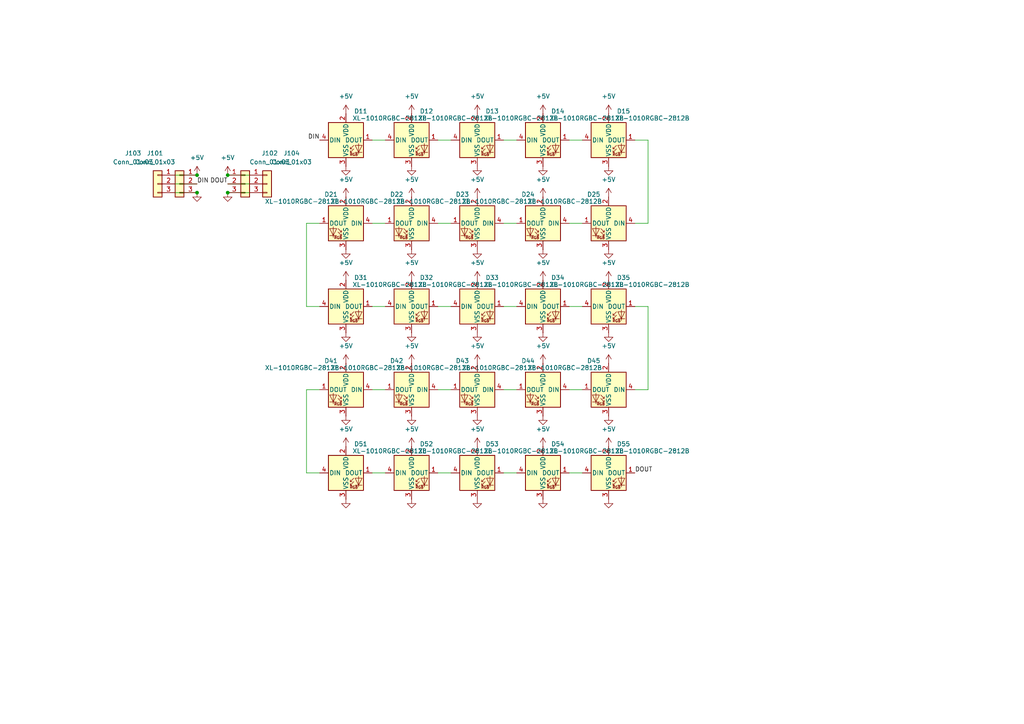
<source format=kicad_sch>
(kicad_sch (version 20250114) (generator "eeschema") (generator_version "9.0")
  (paper "A4")
  (lib_symbols
    (symbol "Connector_Generic:Conn_01x03" (pin_names (offset 1.016) (hide yes))
      (property "Reference" "J" (at 0 5.08 0))
      (property "Value" "Conn_01x03" (at 0 -5.08 0))
      (symbol "Conn_01x03_1_1"
        (rectangle (start -1.27 3.81) (end 1.27 -3.81) (stroke (width 0.254)) (fill (type background)))
        (rectangle (start -1.27 2.667) (end 0 2.413) (stroke (width 0.1524)))
        (rectangle (start -1.27 0.127) (end 0 -0.127) (stroke (width 0.1524)))
        (rectangle (start -1.27 -2.413) (end 0 -2.667) (stroke (width 0.1524)))
        (pin passive line (at -5.08 2.54 0) (length 3.81) (name "Pin_1") (number "1"))
        (pin passive line (at -5.08 0 0) (length 3.81) (name "Pin_2") (number "2"))
        (pin passive line (at -5.08 -2.54 0) (length 3.81) (name "Pin_3") (number "3"))
      )
    )
    (symbol "WS2812B-2020_1" (pin_names (offset 0.254))
      (property "Reference" "D11" (at 4.318 8.382 0))
      (property "Value" "XL-1010RGBC-2812B" (at 12.7 6.35 0))
      (symbol "WS2812B-2020_1_0_0"
        (text "RGB" (at 2.286 -4.191 0) (effects (font (size 0.762 0.762))))
      )
      (symbol "WS2812B-2020_1_0_1"
        (polyline (pts (xy 1.27 -2.54) (xy 1.778 -2.54)))
        (polyline (pts (xy 1.27 -3.556) (xy 1.778 -3.556)))
        (polyline (pts (xy 2.286 -1.524) (xy 1.27 -2.54) (xy 1.27 -2.032)))
        (polyline (pts (xy 2.286 -2.54) (xy 1.27 -3.556) (xy 1.27 -3.048)))
        (polyline (pts (xy 3.683 -1.016) (xy 3.683 -3.556) (xy 3.683 -4.064)))
        (polyline (pts (xy 4.699 -1.524) (xy 2.667 -1.524) (xy 3.683 -3.556) (xy 4.699 -1.524)))
        (polyline (pts (xy 4.699 -3.556) (xy 2.667 -3.556)))
        (rectangle (start 5.08 5.08) (end -5.08 -5.08) (stroke (width 0.254)) (fill (type background)))
      )
      (symbol "WS2812B-2020_1_1_1"
        (pin input line (at -7.62 0 0) (length 2.54) (name "DIN") (number "4"))
        (pin power_in line (at 0 7.62 270) (length 2.54) (name "VDD") (number "2"))
        (pin power_in line (at 0 -7.62 90) (length 2.54) (name "VSS") (number "3"))
        (pin output line (at 7.62 0 180) (length 2.54) (name "DOUT") (number "1"))
      )
    )
    (symbol "power:+5V" (power) (pin_numbers (hide yes)) (pin_names (offset 0) (hide yes))
      (property "Value" "+5V" (at 0 3.556 0))
      (symbol "+5V_0_1"
        (polyline (pts (xy -0.762 1.27) (xy 0 2.54)))
        (polyline (pts (xy 0 2.54) (xy 0.762 1.27)))
        (polyline (pts (xy 0 0) (xy 0 2.54)))
      )
      (symbol "+5V_1_1"
        (pin power_in line (at 0 0 90) (length 0) (name "~") (number "1"))
      )
    )
    (symbol "power:GND" (power) (pin_numbers (hide yes)) (pin_names (offset 0) (hide yes))
      (property "Value" "GND" (at 0 -3.81 0))
      (symbol "GND_0_1"
        (polyline (pts (xy 0 0) (xy 0 -1.27) (xy 1.27 -1.27) (xy 0 -2.54) (xy -1.27 -1.27) (xy 0 -1.27)))
      )
      (symbol "GND_1_1"
        (pin power_in line (at 0 0 270) (length 0) (name "~") (number "1"))
      )
    )
  )
  (junction (at 57.15 50.8))
  (junction (at 66.04 50.8))
  (junction (at 66.04 55.88))
  (junction (at 57.15 55.88))
  (wire (pts (xy 165.1 137.16) (xy 168.91 137.16)))
  (wire (pts (xy 50.8 53.34) (xy 57.15 53.34)))
  (wire (pts (xy 146.05 88.9) (xy 149.86 88.9)))
  (wire (pts (xy 127 40.64) (xy 130.81 40.64)))
  (wire (pts (xy 92.71 64.77) (xy 88.9 64.77)))
  (wire (pts (xy 50.8 50.8) (xy 57.15 50.8)))
  (wire (pts (xy 165.1 113.03) (xy 168.91 113.03)))
  (wire (pts (xy 165.1 88.9) (xy 168.91 88.9)))
  (wire (pts (xy 66.04 53.34) (xy 72.39 53.34)))
  (wire (pts (xy 88.9 64.77) (xy 88.9 88.9)))
  (wire (pts (xy 66.04 55.88) (xy 72.39 55.88)))
  (wire (pts (xy 146.05 137.16) (xy 149.86 137.16)))
  (wire (pts (xy 127 137.16) (xy 130.81 137.16)))
  (wire (pts (xy 146.05 113.03) (xy 149.86 113.03)))
  (wire (pts (xy 107.95 113.03) (xy 111.76 113.03)))
  (wire (pts (xy 146.05 64.77) (xy 149.86 64.77)))
  (wire (pts (xy 107.95 40.64) (xy 111.76 40.64)))
  (wire (pts (xy 165.1 64.77) (xy 168.91 64.77)))
  (wire (pts (xy 92.71 113.03) (xy 88.9 113.03)))
  (wire (pts (xy 165.1 40.64) (xy 168.91 40.64)))
  (wire (pts (xy 187.96 64.77) (xy 184.15 64.77)))
  (wire (pts (xy 107.95 64.77) (xy 111.76 64.77)))
  (wire (pts (xy 88.9 88.9) (xy 92.71 88.9)))
  (wire (pts (xy 66.04 50.8) (xy 72.39 50.8)))
  (wire (pts (xy 50.8 55.88) (xy 57.15 55.88)))
  (wire (pts (xy 127 113.03) (xy 130.81 113.03)))
  (wire (pts (xy 88.9 137.16) (xy 92.71 137.16)))
  (wire (pts (xy 146.05 40.64) (xy 149.86 40.64)))
  (wire (pts (xy 88.9 113.03) (xy 88.9 137.16)))
  (wire (pts (xy 184.15 88.9) (xy 187.96 88.9)))
  (wire (pts (xy 107.95 88.9) (xy 111.76 88.9)))
  (wire (pts (xy 187.96 113.03) (xy 184.15 113.03)))
  (wire (pts (xy 107.95 137.16) (xy 111.76 137.16)))
  (wire (pts (xy 187.96 88.9) (xy 187.96 113.03)))
  (wire (pts (xy 127 88.9) (xy 130.81 88.9)))
  (wire (pts (xy 187.96 40.64) (xy 187.96 64.77)))
  (wire (pts (xy 184.15 40.64) (xy 187.96 40.64)))
  (wire (pts (xy 127 64.77) (xy 130.81 64.77)))
  (label "DOUT" (at 66.04 53.34 180))
  (label "DIN" (at 92.71 40.64 180))
  (label "DOUT" (at 184.15 137.16 0))
  (label "DIN" (at 57.15 53.34 0))
  (symbol (lib_id "power:GND") (at 57.15 55.88 0) (unit 1)
    (property "Reference" "#PWR0154" (effects (hide yes)))
    (property "Value" "GND" (effects (hide yes)))
    (property "Description" "Power symbol creates a global label with name \"GND\" , ground" (effects (hide yes)))
  )
  (symbol (lib_name "WS2812B-2020_1") (lib_id "LED:WS2812B-2020") (at 119.38 40.64 0) (unit 1)
    (property "Reference" "D12" (at 123.698 32.258 0))
    (property "Value" "XL-1010RGBC-2812B" (at 132.08 34.29 0))
    (property "Footprint" "libraries:XL-1010RGBC-2812B" (effects (hide yes)))
    (property "Datasheet" "https://www.lcsc.com/datasheet/C5349953.pdf" (effects (hide yes)))
    (property "Description" "RGB LED with integrated controller, 1.0 x 1.0 mm, 5 mA" (effects (hide yes)))
  )
  (symbol (lib_id "power:GND") (at 157.48 72.39 0) (unit 1)
    (property "Reference" "#PWR0109" (effects (hide yes)))
    (property "Value" "GND" (effects (hide yes)))
    (property "Description" "Power symbol creates a global label with name \"GND\" , ground" (effects (hide yes)))
  )
  (symbol (lib_id "power:GND") (at 176.53 48.26 0) (unit 1)
    (property "Reference" "#PWR0105" (effects (hide yes)))
    (property "Value" "GND" (effects (hide yes)))
    (property "Description" "Power symbol creates a global label with name \"GND\" , ground" (effects (hide yes)))
  )
  (symbol (lib_id "power:GND") (at 157.48 96.52 0) (unit 1)
    (property "Reference" "#PWR0114" (effects (hide yes)))
    (property "Value" "GND" (effects (hide yes)))
    (property "Description" "Power symbol creates a global label with name \"GND\" , ground" (effects (hide yes)))
  )
  (symbol (lib_name "WS2812B-2020_1") (lib_id "LED:WS2812B-2020") (at 138.43 113.03 0) (mirror y) (unit 1)
    (property "Reference" "D43" (at 134.112 104.648 0))
    (property "Value" "XL-1010RGBC-2812B" (at 125.73 106.68 0))
    (property "Footprint" "libraries:XL-1010RGBC-2812B" (effects (hide yes)))
    (property "Datasheet" "https://www.lcsc.com/datasheet/C5349953.pdf" (effects (hide yes)))
    (property "Description" "RGB LED with integrated controller, 1.0 x 1.0 mm, 5 mA" (effects (hide yes)))
  )
  (symbol (lib_id "power:GND") (at 138.43 72.39 0) (unit 1)
    (property "Reference" "#PWR0108" (effects (hide yes)))
    (property "Value" "GND" (effects (hide yes)))
    (property "Description" "Power symbol creates a global label with name \"GND\" , ground" (effects (hide yes)))
  )
  (symbol (lib_id "power:+5V") (at 176.53 105.41 0) (unit 1)
    (property "Reference" "#PWR0145" (effects (hide yes)))
    (property "Value" "+5V" (at 176.53 100.33 0))
    (property "Description" "Power symbol creates a global label with name \"+5V\"" (effects (hide yes)))
  )
  (symbol (lib_id "power:GND") (at 119.38 48.26 0) (unit 1)
    (property "Reference" "#PWR0102" (effects (hide yes)))
    (property "Value" "GND" (effects (hide yes)))
    (property "Description" "Power symbol creates a global label with name \"GND\" , ground" (effects (hide yes)))
  )
  (symbol (lib_id "power:GND") (at 176.53 120.65 0) (unit 1)
    (property "Reference" "#PWR0120" (effects (hide yes)))
    (property "Value" "GND" (effects (hide yes)))
    (property "Description" "Power symbol creates a global label with name \"GND\" , ground" (effects (hide yes)))
  )
  (symbol (lib_name "WS2812B-2020_1") (lib_id "LED:WS2812B-2020") (at 119.38 137.16 0) (unit 1)
    (property "Reference" "D52" (at 123.698 128.778 0))
    (property "Value" "XL-1010RGBC-2812B" (at 132.08 130.81 0))
    (property "Footprint" "libraries:XL-1010RGBC-2812B" (effects (hide yes)))
    (property "Datasheet" "https://www.lcsc.com/datasheet/C5349953.pdf" (effects (hide yes)))
    (property "Description" "RGB LED with integrated controller, 1.0 x 1.0 mm, 5 mA" (effects (hide yes)))
  )
  (symbol (lib_id "power:+5V") (at 138.43 33.02 0) (unit 1)
    (property "Reference" "#PWR0128" (effects (hide yes)))
    (property "Value" "+5V" (at 138.43 27.94 0))
    (property "Description" "Power symbol creates a global label with name \"+5V\"" (effects (hide yes)))
  )
  (symbol (lib_name "WS2812B-2020_1") (lib_id "LED:WS2812B-2020") (at 138.43 40.64 0) (unit 1)
    (property "Reference" "D13" (at 142.748 32.258 0))
    (property "Value" "XL-1010RGBC-2812B" (at 151.13 34.29 0))
    (property "Footprint" "libraries:XL-1010RGBC-2812B" (effects (hide yes)))
    (property "Datasheet" "https://www.lcsc.com/datasheet/C5349953.pdf" (effects (hide yes)))
    (property "Description" "RGB LED with integrated controller, 1.0 x 1.0 mm, 5 mA" (effects (hide yes)))
  )
  (symbol (lib_id "power:GND") (at 138.43 96.52 0) (unit 1)
    (property "Reference" "#PWR0113" (effects (hide yes)))
    (property "Value" "GND" (effects (hide yes)))
    (property "Description" "Power symbol creates a global label with name \"GND\" , ground" (effects (hide yes)))
  )
  (symbol (lib_id "power:GND") (at 176.53 72.39 0) (unit 1)
    (property "Reference" "#PWR0110" (effects (hide yes)))
    (property "Value" "GND" (effects (hide yes)))
    (property "Description" "Power symbol creates a global label with name \"GND\" , ground" (effects (hide yes)))
  )
  (symbol (lib_id "Connector_Generic:Conn_01x03") (at 77.47 53.34 0) (unit 1)
    (property "Reference" "J104" (at 84.582 44.45 0))
    (property "Value" "Conn_01x03" (at 84.582 46.99 0))
    (property "Footprint" "Connector_PinHeader_2.54mm:PinHeader_1x03_P2.54mm_Vertical" (effects (hide yes)))
    (property "Description" "Generic connector, single row, 01x03, script generated (kicad-library-utils/schlib/autogen/connector/)" (effects (hide yes)))
  )
  (symbol (lib_id "power:+5V") (at 100.33 105.41 0) (unit 1)
    (property "Reference" "#PWR0141" (effects (hide yes)))
    (property "Value" "+5V" (at 100.33 100.33 0))
    (property "Description" "Power symbol creates a global label with name \"+5V\"" (effects (hide yes)))
  )
  (symbol (lib_name "WS2812B-2020_1") (lib_id "LED:WS2812B-2020") (at 119.38 64.77 0) (mirror y) (unit 1)
    (property "Reference" "D22" (at 115.062 56.388 0))
    (property "Value" "XL-1010RGBC-2812B" (at 106.68 58.42 0))
    (property "Footprint" "libraries:XL-1010RGBC-2812B" (effects (hide yes)))
    (property "Datasheet" "https://www.lcsc.com/datasheet/C5349953.pdf" (effects (hide yes)))
    (property "Description" "RGB LED with integrated controller, 1.0 x 1.0 mm, 5 mA" (effects (hide yes)))
  )
  (symbol (lib_name "WS2812B-2020_1") (lib_id "LED:WS2812B-2020") (at 176.53 40.64 0) (unit 1)
    (property "Reference" "D15" (at 180.848 32.258 0))
    (property "Value" "XL-1010RGBC-2812B" (at 189.23 34.29 0))
    (property "Footprint" "libraries:XL-1010RGBC-2812B" (effects (hide yes)))
    (property "Datasheet" "https://www.lcsc.com/datasheet/C5349953.pdf" (effects (hide yes)))
    (property "Description" "RGB LED with integrated controller, 1.0 x 1.0 mm, 5 mA" (effects (hide yes)))
  )
  (symbol (lib_id "power:+5V") (at 119.38 57.15 0) (unit 1)
    (property "Reference" "#PWR0132" (effects (hide yes)))
    (property "Value" "+5V" (at 119.38 52.07 0))
    (property "Description" "Power symbol creates a global label with name \"+5V\"" (effects (hide yes)))
  )
  (symbol (lib_name "WS2812B-2020_1") (lib_id "LED:WS2812B-2020") (at 100.33 137.16 0) (unit 1)
    (property "Reference" "D51" (at 104.648 128.778 0))
    (property "Value" "XL-1010RGBC-2812B" (at 113.03 130.81 0))
    (property "Footprint" "libraries:XL-1010RGBC-2812B" (effects (hide yes)))
    (property "Datasheet" "https://www.lcsc.com/datasheet/C5349953.pdf" (effects (hide yes)))
    (property "Description" "RGB LED with integrated controller, 1.0 x 1.0 mm, 5 mA" (effects (hide yes)))
  )
  (symbol (lib_id "power:GND") (at 119.38 96.52 0) (unit 1)
    (property "Reference" "#PWR0112" (effects (hide yes)))
    (property "Value" "GND" (effects (hide yes)))
    (property "Description" "Power symbol creates a global label with name \"GND\" , ground" (effects (hide yes)))
  )
  (symbol (lib_name "WS2812B-2020_1") (lib_id "LED:WS2812B-2020") (at 176.53 88.9 0) (unit 1)
    (property "Reference" "D35" (at 180.848 80.518 0))
    (property "Value" "XL-1010RGBC-2812B" (at 189.23 82.55 0))
    (property "Footprint" "libraries:XL-1010RGBC-2812B" (effects (hide yes)))
    (property "Datasheet" "https://www.lcsc.com/datasheet/C5349953.pdf" (effects (hide yes)))
    (property "Description" "RGB LED with integrated controller, 1.0 x 1.0 mm, 5 mA" (effects (hide yes)))
  )
  (symbol (lib_id "power:+5V") (at 66.04 50.8 0) (unit 1)
    (property "Reference" "#PWR0153" (effects (hide yes)))
    (property "Value" "+5V" (at 66.04 45.72 0))
    (property "Description" "Power symbol creates a global label with name \"+5V\"" (effects (hide yes)))
  )
  (symbol (lib_id "power:GND") (at 176.53 144.78 0) (unit 1)
    (property "Reference" "#PWR0125" (effects (hide yes)))
    (property "Value" "GND" (effects (hide yes)))
    (property "Description" "Power symbol creates a global label with name \"GND\" , ground" (effects (hide yes)))
  )
  (symbol (lib_id "power:+5V") (at 138.43 129.54 0) (unit 1)
    (property "Reference" "#PWR0148" (effects (hide yes)))
    (property "Value" "+5V" (at 138.43 124.46 0))
    (property "Description" "Power symbol creates a global label with name \"+5V\"" (effects (hide yes)))
  )
  (symbol (lib_id "power:+5V") (at 157.48 33.02 0) (unit 1)
    (property "Reference" "#PWR0129" (effects (hide yes)))
    (property "Value" "+5V" (at 157.48 27.94 0))
    (property "Description" "Power symbol creates a global label with name \"+5V\"" (effects (hide yes)))
  )
  (symbol (lib_id "power:GND") (at 157.48 120.65 0) (unit 1)
    (property "Reference" "#PWR0119" (effects (hide yes)))
    (property "Value" "GND" (effects (hide yes)))
    (property "Description" "Power symbol creates a global label with name \"GND\" , ground" (effects (hide yes)))
  )
  (symbol (lib_id "power:GND") (at 100.33 144.78 0) (unit 1)
    (property "Reference" "#PWR0121" (effects (hide yes)))
    (property "Value" "GND" (effects (hide yes)))
    (property "Description" "Power symbol creates a global label with name \"GND\" , ground" (effects (hide yes)))
  )
  (symbol (lib_name "WS2812B-2020_1") (lib_id "LED:WS2812B-2020") (at 100.33 113.03 0) (mirror y) (unit 1)
    (property "Reference" "D41" (at 96.012 104.648 0))
    (property "Value" "XL-1010RGBC-2812B" (at 87.63 106.68 0))
    (property "Footprint" "libraries:XL-1010RGBC-2812B" (effects (hide yes)))
    (property "Datasheet" "https://www.lcsc.com/datasheet/C5349953.pdf" (effects (hide yes)))
    (property "Description" "RGB LED with integrated controller, 1.0 x 1.0 mm, 5 mA" (effects (hide yes)))
  )
  (symbol (lib_id "power:+5V") (at 138.43 105.41 0) (unit 1)
    (property "Reference" "#PWR0143" (effects (hide yes)))
    (property "Value" "+5V" (at 138.43 100.33 0))
    (property "Description" "Power symbol creates a global label with name \"+5V\"" (effects (hide yes)))
  )
  (symbol (lib_id "power:+5V") (at 176.53 129.54 0) (unit 1)
    (property "Reference" "#PWR0150" (effects (hide yes)))
    (property "Value" "+5V" (at 176.53 124.46 0))
    (property "Description" "Power symbol creates a global label with name \"+5V\"" (effects (hide yes)))
  )
  (symbol (lib_id "power:GND") (at 138.43 120.65 0) (unit 1)
    (property "Reference" "#PWR0118" (effects (hide yes)))
    (property "Value" "GND" (effects (hide yes)))
    (property "Description" "Power symbol creates a global label with name \"GND\" , ground" (effects (hide yes)))
  )
  (symbol (lib_id "power:GND") (at 119.38 72.39 0) (unit 1)
    (property "Reference" "#PWR0107" (effects (hide yes)))
    (property "Value" "GND" (effects (hide yes)))
    (property "Description" "Power symbol creates a global label with name \"GND\" , ground" (effects (hide yes)))
  )
  (symbol (lib_id "power:+5V") (at 100.33 81.28 0) (unit 1)
    (property "Reference" "#PWR0136" (effects (hide yes)))
    (property "Value" "+5V" (at 100.33 76.2 0))
    (property "Description" "Power symbol creates a global label with name \"+5V\"" (effects (hide yes)))
  )
  (symbol (lib_id "power:GND") (at 100.33 96.52 0) (unit 1)
    (property "Reference" "#PWR0111" (effects (hide yes)))
    (property "Value" "GND" (effects (hide yes)))
    (property "Description" "Power symbol creates a global label with name \"GND\" , ground" (effects (hide yes)))
  )
  (symbol (lib_id "power:+5V") (at 138.43 81.28 0) (unit 1)
    (property "Reference" "#PWR0138" (effects (hide yes)))
    (property "Value" "+5V" (at 138.43 76.2 0))
    (property "Description" "Power symbol creates a global label with name \"+5V\"" (effects (hide yes)))
  )
  (symbol (lib_id "power:+5V") (at 138.43 57.15 0) (unit 1)
    (property "Reference" "#PWR0133" (effects (hide yes)))
    (property "Value" "+5V" (at 138.43 52.07 0))
    (property "Description" "Power symbol creates a global label with name \"+5V\"" (effects (hide yes)))
  )
  (symbol (lib_name "WS2812B-2020_1") (lib_id "LED:WS2812B-2020") (at 100.33 64.77 0) (mirror y) (unit 1)
    (property "Reference" "D21" (at 96.012 56.388 0))
    (property "Value" "XL-1010RGBC-2812B" (at 87.63 58.42 0))
    (property "Footprint" "libraries:XL-1010RGBC-2812B" (effects (hide yes)))
    (property "Datasheet" "https://www.lcsc.com/datasheet/C5349953.pdf" (effects (hide yes)))
    (property "Description" "RGB LED with integrated controller, 1.0 x 1.0 mm, 5 mA" (effects (hide yes)))
  )
  (symbol (lib_id "power:GND") (at 138.43 144.78 0) (unit 1)
    (property "Reference" "#PWR0123" (effects (hide yes)))
    (property "Value" "GND" (effects (hide yes)))
    (property "Description" "Power symbol creates a global label with name \"GND\" , ground" (effects (hide yes)))
  )
  (symbol (lib_id "power:+5V") (at 119.38 129.54 0) (unit 1)
    (property "Reference" "#PWR0147" (effects (hide yes)))
    (property "Value" "+5V" (at 119.38 124.46 0))
    (property "Description" "Power symbol creates a global label with name \"+5V\"" (effects (hide yes)))
  )
  (symbol (lib_id "power:GND") (at 119.38 144.78 0) (unit 1)
    (property "Reference" "#PWR0122" (effects (hide yes)))
    (property "Value" "GND" (effects (hide yes)))
    (property "Description" "Power symbol creates a global label with name \"GND\" , ground" (effects (hide yes)))
  )
  (symbol (lib_id "power:+5V") (at 119.38 81.28 0) (unit 1)
    (property "Reference" "#PWR0137" (effects (hide yes)))
    (property "Value" "+5V" (at 119.38 76.2 0))
    (property "Description" "Power symbol creates a global label with name \"+5V\"" (effects (hide yes)))
  )
  (symbol (lib_id "power:+5V") (at 57.15 50.8 0) (unit 1)
    (property "Reference" "#PWR0152" (effects (hide yes)))
    (property "Value" "+5V" (at 57.15 45.72 0))
    (property "Description" "Power symbol creates a global label with name \"+5V\"" (effects (hide yes)))
  )
  (symbol (lib_id "power:GND") (at 119.38 120.65 0) (unit 1)
    (property "Reference" "#PWR0117" (effects (hide yes)))
    (property "Value" "GND" (effects (hide yes)))
    (property "Description" "Power symbol creates a global label with name \"GND\" , ground" (effects (hide yes)))
  )
  (symbol (lib_name "WS2812B-2020_1") (lib_id "LED:WS2812B-2020") (at 157.48 64.77 0) (mirror y) (unit 1)
    (property "Reference" "D24" (at 153.162 56.388 0))
    (property "Value" "XL-1010RGBC-2812B" (at 144.78 58.42 0))
    (property "Footprint" "libraries:XL-1010RGBC-2812B" (effects (hide yes)))
    (property "Datasheet" "https://www.lcsc.com/datasheet/C5349953.pdf" (effects (hide yes)))
    (property "Description" "RGB LED with integrated controller, 1.0 x 1.0 mm, 5 mA" (effects (hide yes)))
  )
  (symbol (lib_id "power:+5V") (at 176.53 81.28 0) (unit 1)
    (property "Reference" "#PWR0140" (effects (hide yes)))
    (property "Value" "+5V" (at 176.53 76.2 0))
    (property "Description" "Power symbol creates a global label with name \"+5V\"" (effects (hide yes)))
  )
  (symbol (lib_id "Connector_Generic:Conn_01x03") (at 45.72 53.34 0) (mirror y) (unit 1)
    (property "Reference" "J103" (at 38.608 44.45 0))
    (property "Value" "Conn_01x03" (at 38.608 46.99 0))
    (property "Footprint" "Connector_PinHeader_2.54mm:PinHeader_1x03_P2.54mm_Vertical" (effects (hide yes)))
    (property "Description" "Generic connector, single row, 01x03, script generated (kicad-library-utils/schlib/autogen/connector/)" (effects (hide yes)))
  )
  (symbol (lib_name "WS2812B-2020_1") (lib_id "LED:WS2812B-2020") (at 100.33 40.64 0) (unit 1)
    (property "Reference" "D11" (at 104.648 32.258 0))
    (property "Value" "XL-1010RGBC-2812B" (at 113.03 34.29 0))
    (property "Footprint" "libraries:XL-1010RGBC-2812B" (effects (hide yes)))
    (property "Datasheet" "https://www.lcsc.com/datasheet/C5349953.pdf" (effects (hide yes)))
    (property "Description" "RGB LED with integrated controller, 1.0 x 1.0 mm, 5 mA" (effects (hide yes)))
  )
  (symbol (lib_id "power:+5V") (at 100.33 57.15 0) (unit 1)
    (property "Reference" "#PWR0131" (effects (hide yes)))
    (property "Value" "+5V" (at 100.33 52.07 0))
    (property "Description" "Power symbol creates a global label with name \"+5V\"" (effects (hide yes)))
  )
  (symbol (lib_name "WS2812B-2020_1") (lib_id "LED:WS2812B-2020") (at 157.48 137.16 0) (unit 1)
    (property "Reference" "D54" (at 161.798 128.778 0))
    (property "Value" "XL-1010RGBC-2812B" (at 170.18 130.81 0))
    (property "Footprint" "libraries:XL-1010RGBC-2812B" (effects (hide yes)))
    (property "Datasheet" "https://www.lcsc.com/datasheet/C5349953.pdf" (effects (hide yes)))
    (property "Description" "RGB LED with integrated controller, 1.0 x 1.0 mm, 5 mA" (effects (hide yes)))
  )
  (symbol (lib_name "WS2812B-2020_1") (lib_id "LED:WS2812B-2020") (at 157.48 40.64 0) (unit 1)
    (property "Reference" "D14" (at 161.798 32.258 0))
    (property "Value" "XL-1010RGBC-2812B" (at 170.18 34.29 0))
    (property "Footprint" "libraries:XL-1010RGBC-2812B" (effects (hide yes)))
    (property "Datasheet" "https://www.lcsc.com/datasheet/C5349953.pdf" (effects (hide yes)))
    (property "Description" "RGB LED with integrated controller, 1.0 x 1.0 mm, 5 mA" (effects (hide yes)))
  )
  (symbol (lib_name "WS2812B-2020_1") (lib_id "LED:WS2812B-2020") (at 176.53 137.16 0) (unit 1)
    (property "Reference" "D55" (at 180.848 128.778 0))
    (property "Value" "XL-1010RGBC-2812B" (at 189.23 130.81 0))
    (property "Footprint" "libraries:XL-1010RGBC-2812B" (effects (hide yes)))
    (property "Datasheet" "https://www.lcsc.com/datasheet/C5349953.pdf" (effects (hide yes)))
    (property "Description" "RGB LED with integrated controller, 1.0 x 1.0 mm, 5 mA" (effects (hide yes)))
  )
  (symbol (lib_id "power:GND") (at 66.04 55.88 0) (unit 1)
    (property "Reference" "#PWR0151" (effects (hide yes)))
    (property "Value" "GND" (effects (hide yes)))
    (property "Description" "Power symbol creates a global label with name \"GND\" , ground" (effects (hide yes)))
  )
  (symbol (lib_id "power:GND") (at 100.33 72.39 0) (unit 1)
    (property "Reference" "#PWR0106" (effects (hide yes)))
    (property "Value" "GND" (effects (hide yes)))
    (property "Description" "Power symbol creates a global label with name \"GND\" , ground" (effects (hide yes)))
  )
  (symbol (lib_id "Connector_Generic:Conn_01x03") (at 71.12 53.34 0) (unit 1)
    (property "Reference" "J102" (at 78.232 44.45 0))
    (property "Value" "Conn_01x03" (at 78.232 46.99 0))
    (property "Footprint" "Connector_PinHeader_2.54mm:PinHeader_1x03_P2.54mm_Vertical_SMD_Pin1Right" (effects (hide yes)))
    (property "Description" "Generic connector, single row, 01x03, script generated (kicad-library-utils/schlib/autogen/connector/)" (effects (hide yes)))
  )
  (symbol (lib_id "power:+5V") (at 157.48 105.41 0) (unit 1)
    (property "Reference" "#PWR0144" (effects (hide yes)))
    (property "Value" "+5V" (at 157.48 100.33 0))
    (property "Description" "Power symbol creates a global label with name \"+5V\"" (effects (hide yes)))
  )
  (symbol (lib_name "WS2812B-2020_1") (lib_id "LED:WS2812B-2020") (at 157.48 113.03 0) (mirror y) (unit 1)
    (property "Reference" "D44" (at 153.162 104.648 0))
    (property "Value" "XL-1010RGBC-2812B" (at 144.78 106.68 0))
    (property "Footprint" "libraries:XL-1010RGBC-2812B" (effects (hide yes)))
    (property "Datasheet" "https://www.lcsc.com/datasheet/C5349953.pdf" (effects (hide yes)))
    (property "Description" "RGB LED with integrated controller, 1.0 x 1.0 mm, 5 mA" (effects (hide yes)))
  )
  (symbol (lib_name "WS2812B-2020_1") (lib_id "LED:WS2812B-2020") (at 119.38 88.9 0) (unit 1)
    (property "Reference" "D32" (at 123.698 80.518 0))
    (property "Value" "XL-1010RGBC-2812B" (at 132.08 82.55 0))
    (property "Footprint" "libraries:XL-1010RGBC-2812B" (effects (hide yes)))
    (property "Datasheet" "https://www.lcsc.com/datasheet/C5349953.pdf" (effects (hide yes)))
    (property "Description" "RGB LED with integrated controller, 1.0 x 1.0 mm, 5 mA" (effects (hide yes)))
  )
  (symbol (lib_id "power:GND") (at 176.53 96.52 0) (unit 1)
    (property "Reference" "#PWR0115" (effects (hide yes)))
    (property "Value" "GND" (effects (hide yes)))
    (property "Description" "Power symbol creates a global label with name \"GND\" , ground" (effects (hide yes)))
  )
  (symbol (lib_id "power:+5V") (at 176.53 33.02 0) (unit 1)
    (property "Reference" "#PWR0130" (effects (hide yes)))
    (property "Value" "+5V" (at 176.53 27.94 0))
    (property "Description" "Power symbol creates a global label with name \"+5V\"" (effects (hide yes)))
  )
  (symbol (lib_id "power:GND") (at 157.48 144.78 0) (unit 1)
    (property "Reference" "#PWR0124" (effects (hide yes)))
    (property "Value" "GND" (effects (hide yes)))
    (property "Description" "Power symbol creates a global label with name \"GND\" , ground" (effects (hide yes)))
  )
  (symbol (lib_id "Connector_Generic:Conn_01x03") (at 52.07 53.34 0) (mirror y) (unit 1)
    (property "Reference" "J101" (at 44.958 44.45 0))
    (property "Value" "Conn_01x03" (at 44.958 46.99 0))
    (property "Footprint" "Connector_PinHeader_2.54mm:PinHeader_1x03_P2.54mm_Vertical_SMD_Pin1Left" (effects (hide yes)))
    (property "Description" "Generic connector, single row, 01x03, script generated (kicad-library-utils/schlib/autogen/connector/)" (effects (hide yes)))
  )
  (symbol (lib_id "power:GND") (at 100.33 120.65 0) (unit 1)
    (property "Reference" "#PWR0116" (effects (hide yes)))
    (property "Value" "GND" (effects (hide yes)))
    (property "Description" "Power symbol creates a global label with name \"GND\" , ground" (effects (hide yes)))
  )
  (symbol (lib_id "power:GND") (at 100.33 48.26 0) (unit 1)
    (property "Reference" "#PWR0101" (effects (hide yes)))
    (property "Value" "GND" (effects (hide yes)))
    (property "Description" "Power symbol creates a global label with name \"GND\" , ground" (effects (hide yes)))
  )
  (symbol (lib_id "power:GND") (at 138.43 48.26 0) (unit 1)
    (property "Reference" "#PWR0103" (effects (hide yes)))
    (property "Value" "GND" (effects (hide yes)))
    (property "Description" "Power symbol creates a global label with name \"GND\" , ground" (effects (hide yes)))
  )
  (symbol (lib_name "WS2812B-2020_1") (lib_id "LED:WS2812B-2020") (at 138.43 64.77 0) (mirror y) (unit 1)
    (property "Reference" "D23" (at 134.112 56.388 0))
    (property "Value" "XL-1010RGBC-2812B" (at 125.73 58.42 0))
    (property "Footprint" "libraries:XL-1010RGBC-2812B" (effects (hide yes)))
    (property "Datasheet" "https://www.lcsc.com/datasheet/C5349953.pdf" (effects (hide yes)))
    (property "Description" "RGB LED with integrated controller, 1.0 x 1.0 mm, 5 mA" (effects (hide yes)))
  )
  (symbol (lib_id "power:+5V") (at 157.48 129.54 0) (unit 1)
    (property "Reference" "#PWR0149" (effects (hide yes)))
    (property "Value" "+5V" (at 157.48 124.46 0))
    (property "Description" "Power symbol creates a global label with name \"+5V\"" (effects (hide yes)))
  )
  (symbol (lib_name "WS2812B-2020_1") (lib_id "LED:WS2812B-2020") (at 100.33 88.9 0) (unit 1)
    (property "Reference" "D31" (at 104.648 80.518 0))
    (property "Value" "XL-1010RGBC-2812B" (at 113.03 82.55 0))
    (property "Footprint" "libraries:XL-1010RGBC-2812B" (effects (hide yes)))
    (property "Datasheet" "https://www.lcsc.com/datasheet/C5349953.pdf" (effects (hide yes)))
    (property "Description" "RGB LED with integrated controller, 1.0 x 1.0 mm, 5 mA" (effects (hide yes)))
  )
  (symbol (lib_name "WS2812B-2020_1") (lib_id "LED:WS2812B-2020") (at 176.53 113.03 0) (mirror y) (unit 1)
    (property "Reference" "D45" (at 172.212 104.648 0))
    (property "Value" "XL-1010RGBC-2812B" (at 163.83 106.68 0))
    (property "Footprint" "libraries:XL-1010RGBC-2812B" (effects (hide yes)))
    (property "Datasheet" "https://www.lcsc.com/datasheet/C5349953.pdf" (effects (hide yes)))
    (property "Description" "RGB LED with integrated controller, 1.0 x 1.0 mm, 5 mA" (effects (hide yes)))
  )
  (symbol (lib_name "WS2812B-2020_1") (lib_id "LED:WS2812B-2020") (at 138.43 88.9 0) (unit 1)
    (property "Reference" "D33" (at 142.748 80.518 0))
    (property "Value" "XL-1010RGBC-2812B" (at 151.13 82.55 0))
    (property "Footprint" "libraries:XL-1010RGBC-2812B" (effects (hide yes)))
    (property "Datasheet" "https://www.lcsc.com/datasheet/C5349953.pdf" (effects (hide yes)))
    (property "Description" "RGB LED with integrated controller, 1.0 x 1.0 mm, 5 mA" (effects (hide yes)))
  )
  (symbol (lib_id "power:GND") (at 157.48 48.26 0) (unit 1)
    (property "Reference" "#PWR0104" (effects (hide yes)))
    (property "Value" "GND" (effects (hide yes)))
    (property "Description" "Power symbol creates a global label with name \"GND\" , ground" (effects (hide yes)))
  )
  (symbol (lib_id "power:+5V") (at 176.53 57.15 0) (unit 1)
    (property "Reference" "#PWR0135" (effects (hide yes)))
    (property "Value" "+5V" (at 176.53 52.07 0))
    (property "Description" "Power symbol creates a global label with name \"+5V\"" (effects (hide yes)))
  )
  (symbol (lib_id "power:+5V") (at 119.38 105.41 0) (unit 1)
    (property "Reference" "#PWR0142" (effects (hide yes)))
    (property "Value" "+5V" (at 119.38 100.33 0))
    (property "Description" "Power symbol creates a global label with name \"+5V\"" (effects (hide yes)))
  )
  (symbol (lib_id "power:+5V") (at 119.38 33.02 0) (unit 1)
    (property "Reference" "#PWR0127" (effects (hide yes)))
    (property "Value" "+5V" (at 119.38 27.94 0))
    (property "Description" "Power symbol creates a global label with name \"+5V\"" (effects (hide yes)))
  )
  (symbol (lib_name "WS2812B-2020_1") (lib_id "LED:WS2812B-2020") (at 157.48 88.9 0) (unit 1)
    (property "Reference" "D34" (at 161.798 80.518 0))
    (property "Value" "XL-1010RGBC-2812B" (at 170.18 82.55 0))
    (property "Footprint" "libraries:XL-1010RGBC-2812B" (effects (hide yes)))
    (property "Datasheet" "https://www.lcsc.com/datasheet/C5349953.pdf" (effects (hide yes)))
    (property "Description" "RGB LED with integrated controller, 1.0 x 1.0 mm, 5 mA" (effects (hide yes)))
  )
  (symbol (lib_id "power:+5V") (at 100.33 33.02 0) (unit 1)
    (property "Reference" "#PWR0126" (effects (hide yes)))
    (property "Value" "+5V" (at 100.33 27.94 0))
    (property "Description" "Power symbol creates a global label with name \"+5V\"" (effects (hide yes)))
  )
  (symbol (lib_id "power:+5V") (at 157.48 57.15 0) (unit 1)
    (property "Reference" "#PWR0134" (effects (hide yes)))
    (property "Value" "+5V" (at 157.48 52.07 0))
    (property "Description" "Power symbol creates a global label with name \"+5V\"" (effects (hide yes)))
  )
  (symbol (lib_id "power:+5V") (at 157.48 81.28 0) (unit 1)
    (property "Reference" "#PWR0139" (effects (hide yes)))
    (property "Value" "+5V" (at 157.48 76.2 0))
    (property "Description" "Power symbol creates a global label with name \"+5V\"" (effects (hide yes)))
  )
  (symbol (lib_name "WS2812B-2020_1") (lib_id "LED:WS2812B-2020") (at 176.53 64.77 0) (mirror y) (unit 1)
    (property "Reference" "D25" (at 172.212 56.388 0))
    (property "Value" "XL-1010RGBC-2812B" (at 163.83 58.42 0))
    (property "Footprint" "libraries:XL-1010RGBC-2812B" (effects (hide yes)))
    (property "Datasheet" "https://www.lcsc.com/datasheet/C5349953.pdf" (effects (hide yes)))
    (property "Description" "RGB LED with integrated controller, 1.0 x 1.0 mm, 5 mA" (effects (hide yes)))
  )
  (symbol (lib_name "WS2812B-2020_1") (lib_id "LED:WS2812B-2020") (at 138.43 137.16 0) (unit 1)
    (property "Reference" "D53" (at 142.748 128.778 0))
    (property "Value" "XL-1010RGBC-2812B" (at 151.13 130.81 0))
    (property "Footprint" "libraries:XL-1010RGBC-2812B" (effects (hide yes)))
    (property "Datasheet" "https://www.lcsc.com/datasheet/C5349953.pdf" (effects (hide yes)))
    (property "Description" "RGB LED with integrated controller, 1.0 x 1.0 mm, 5 mA" (effects (hide yes)))
  )
  (symbol (lib_name "WS2812B-2020_1") (lib_id "LED:WS2812B-2020") (at 119.38 113.03 0) (mirror y) (unit 1)
    (property "Reference" "D42" (at 115.062 104.648 0))
    (property "Value" "XL-1010RGBC-2812B" (at 106.68 106.68 0))
    (property "Footprint" "libraries:XL-1010RGBC-2812B" (effects (hide yes)))
    (property "Datasheet" "https://www.lcsc.com/datasheet/C5349953.pdf" (effects (hide yes)))
    (property "Description" "RGB LED with integrated controller, 1.0 x 1.0 mm, 5 mA" (effects (hide yes)))
  )
  (symbol (lib_id "power:+5V") (at 100.33 129.54 0) (unit 1)
    (property "Reference" "#PWR0146" (effects (hide yes)))
    (property "Value" "+5V" (at 100.33 124.46 0))
    (property "Description" "Power symbol creates a global label with name \"+5V\"" (effects (hide yes)))
  )
)
</source>
